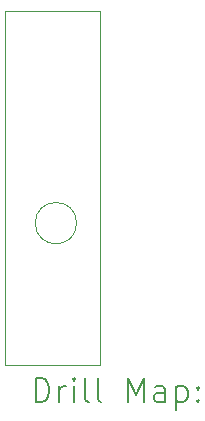
<source format=gbr>
%TF.GenerationSoftware,KiCad,Pcbnew,7.0.9*%
%TF.CreationDate,2024-01-07T20:37:43-07:00*%
%TF.ProjectId,screw_switch,73637265-775f-4737-9769-7463682e6b69,rev?*%
%TF.SameCoordinates,Original*%
%TF.FileFunction,Drillmap*%
%TF.FilePolarity,Positive*%
%FSLAX45Y45*%
G04 Gerber Fmt 4.5, Leading zero omitted, Abs format (unit mm)*
G04 Created by KiCad (PCBNEW 7.0.9) date 2024-01-07 20:37:43*
%MOMM*%
%LPD*%
G01*
G04 APERTURE LIST*
%ADD10C,0.050000*%
%ADD11C,0.200000*%
G04 APERTURE END LIST*
D10*
X15405047Y-9300000D02*
G75*
G03*
X15405047Y-9300000I-175047J0D01*
G01*
X14800000Y-7500000D02*
X15600000Y-7500000D01*
X15600000Y-10500000D01*
X14800000Y-10500000D01*
X14800000Y-7500000D01*
D11*
X15058277Y-10813984D02*
X15058277Y-10613984D01*
X15058277Y-10613984D02*
X15105896Y-10613984D01*
X15105896Y-10613984D02*
X15134467Y-10623508D01*
X15134467Y-10623508D02*
X15153515Y-10642555D01*
X15153515Y-10642555D02*
X15163039Y-10661603D01*
X15163039Y-10661603D02*
X15172562Y-10699698D01*
X15172562Y-10699698D02*
X15172562Y-10728270D01*
X15172562Y-10728270D02*
X15163039Y-10766365D01*
X15163039Y-10766365D02*
X15153515Y-10785412D01*
X15153515Y-10785412D02*
X15134467Y-10804460D01*
X15134467Y-10804460D02*
X15105896Y-10813984D01*
X15105896Y-10813984D02*
X15058277Y-10813984D01*
X15258277Y-10813984D02*
X15258277Y-10680650D01*
X15258277Y-10718746D02*
X15267801Y-10699698D01*
X15267801Y-10699698D02*
X15277324Y-10690174D01*
X15277324Y-10690174D02*
X15296372Y-10680650D01*
X15296372Y-10680650D02*
X15315420Y-10680650D01*
X15382086Y-10813984D02*
X15382086Y-10680650D01*
X15382086Y-10613984D02*
X15372562Y-10623508D01*
X15372562Y-10623508D02*
X15382086Y-10633031D01*
X15382086Y-10633031D02*
X15391610Y-10623508D01*
X15391610Y-10623508D02*
X15382086Y-10613984D01*
X15382086Y-10613984D02*
X15382086Y-10633031D01*
X15505896Y-10813984D02*
X15486848Y-10804460D01*
X15486848Y-10804460D02*
X15477324Y-10785412D01*
X15477324Y-10785412D02*
X15477324Y-10613984D01*
X15610658Y-10813984D02*
X15591610Y-10804460D01*
X15591610Y-10804460D02*
X15582086Y-10785412D01*
X15582086Y-10785412D02*
X15582086Y-10613984D01*
X15839229Y-10813984D02*
X15839229Y-10613984D01*
X15839229Y-10613984D02*
X15905896Y-10756841D01*
X15905896Y-10756841D02*
X15972562Y-10613984D01*
X15972562Y-10613984D02*
X15972562Y-10813984D01*
X16153515Y-10813984D02*
X16153515Y-10709222D01*
X16153515Y-10709222D02*
X16143991Y-10690174D01*
X16143991Y-10690174D02*
X16124943Y-10680650D01*
X16124943Y-10680650D02*
X16086848Y-10680650D01*
X16086848Y-10680650D02*
X16067801Y-10690174D01*
X16153515Y-10804460D02*
X16134467Y-10813984D01*
X16134467Y-10813984D02*
X16086848Y-10813984D01*
X16086848Y-10813984D02*
X16067801Y-10804460D01*
X16067801Y-10804460D02*
X16058277Y-10785412D01*
X16058277Y-10785412D02*
X16058277Y-10766365D01*
X16058277Y-10766365D02*
X16067801Y-10747317D01*
X16067801Y-10747317D02*
X16086848Y-10737793D01*
X16086848Y-10737793D02*
X16134467Y-10737793D01*
X16134467Y-10737793D02*
X16153515Y-10728270D01*
X16248753Y-10680650D02*
X16248753Y-10880650D01*
X16248753Y-10690174D02*
X16267801Y-10680650D01*
X16267801Y-10680650D02*
X16305896Y-10680650D01*
X16305896Y-10680650D02*
X16324943Y-10690174D01*
X16324943Y-10690174D02*
X16334467Y-10699698D01*
X16334467Y-10699698D02*
X16343991Y-10718746D01*
X16343991Y-10718746D02*
X16343991Y-10775889D01*
X16343991Y-10775889D02*
X16334467Y-10794936D01*
X16334467Y-10794936D02*
X16324943Y-10804460D01*
X16324943Y-10804460D02*
X16305896Y-10813984D01*
X16305896Y-10813984D02*
X16267801Y-10813984D01*
X16267801Y-10813984D02*
X16248753Y-10804460D01*
X16429705Y-10794936D02*
X16439229Y-10804460D01*
X16439229Y-10804460D02*
X16429705Y-10813984D01*
X16429705Y-10813984D02*
X16420182Y-10804460D01*
X16420182Y-10804460D02*
X16429705Y-10794936D01*
X16429705Y-10794936D02*
X16429705Y-10813984D01*
X16429705Y-10690174D02*
X16439229Y-10699698D01*
X16439229Y-10699698D02*
X16429705Y-10709222D01*
X16429705Y-10709222D02*
X16420182Y-10699698D01*
X16420182Y-10699698D02*
X16429705Y-10690174D01*
X16429705Y-10690174D02*
X16429705Y-10709222D01*
M02*

</source>
